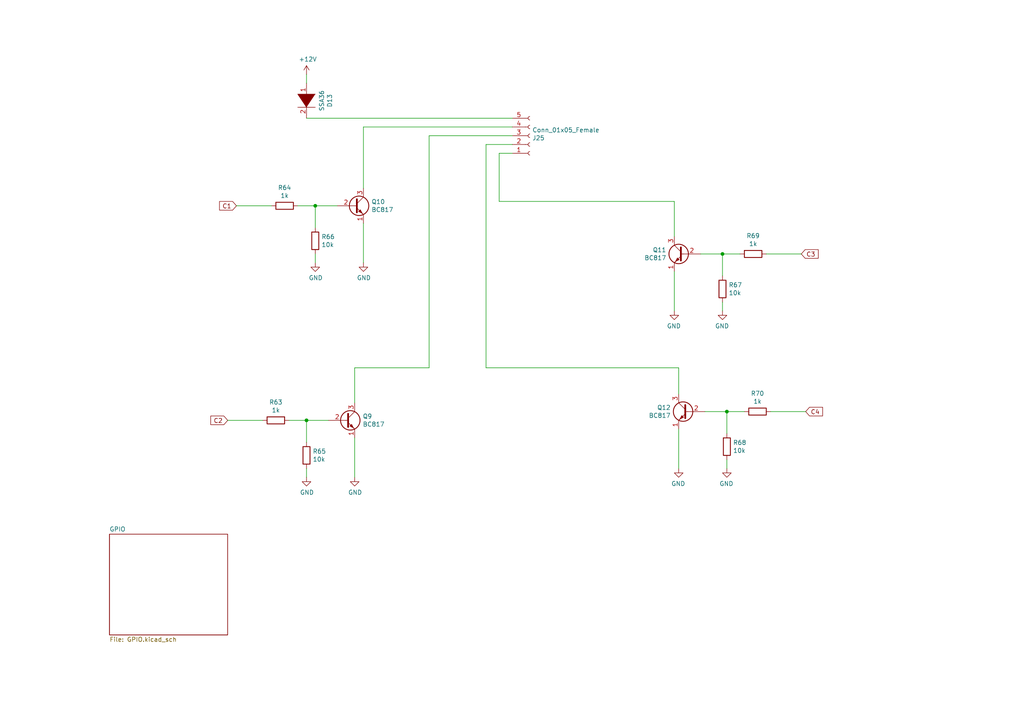
<source format=kicad_sch>
(kicad_sch (version 20211123) (generator eeschema)
  (paper "A4")
  (lib_symbols
    (symbol "Connector:Conn_01x05_Female" (pin_names (offset 1.016) hide)
      (property "Reference" "J" (at 0 7.62 0))
      (property "Value" "Conn_01x05_Female" (at 0 -7.62 0))
      (symbol "Conn_01x05_Female_1_1"
        (arc (start 0 -4.572) (mid -0.508 -5.08) (end 0 -5.588) (stroke (width 0.1524)))
        (arc (start 0 -2.032) (mid -0.508 -2.54) (end 0 -3.048) (stroke (width 0.1524)))
        (polyline (pts (xy -1.27 -5.08) (xy -0.508 -5.08)) (stroke (width 0.1524)))
        (polyline (pts (xy -1.27 -2.54) (xy -0.508 -2.54)) (stroke (width 0.1524)))
        (polyline (pts (xy -1.27 0) (xy -0.508 0)) (stroke (width 0.1524)))
        (polyline (pts (xy -1.27 2.54) (xy -0.508 2.54)) (stroke (width 0.1524)))
        (polyline (pts (xy -1.27 5.08) (xy -0.508 5.08)) (stroke (width 0.1524)))
        (arc (start 0 0.508) (mid -0.508 0) (end 0 -0.508) (stroke (width 0.1524)))
        (arc (start 0 3.048) (mid -0.508 2.54) (end 0 2.032) (stroke (width 0.1524)))
        (arc (start 0 5.588) (mid -0.508 5.08) (end 0 4.572) (stroke (width 0.1524)))
        (pin passive line (at -5.08 5.08 0) (length 3.81) (name "Pin_1") (number "1"))
        (pin passive line (at -5.08 2.54 0) (length 3.81) (name "Pin_2") (number "2"))
        (pin passive line (at -5.08 0 0) (length 3.81) (name "Pin_3") (number "3"))
        (pin passive line (at -5.08 -2.54 0) (length 3.81) (name "Pin_4") (number "4"))
        (pin passive line (at -5.08 -5.08 0) (length 3.81) (name "Pin_5") (number "5"))
      )
    )
    (symbol "Device:R" (pin_numbers hide) (pin_names (offset 0))
      (property "Reference" "R" (at 2.032 0 90))
      (property "Value" "R" (at 0 0 90))
      (symbol "R_0_1"
        (rectangle (start -1.016 -2.54) (end 1.016 2.54) (stroke (width 0.254)))
      )
      (symbol "R_1_1"
        (pin passive line (at 0 3.81 270) (length 1.27) (name "~") (number "1"))
        (pin passive line (at 0 -3.81 90) (length 1.27) (name "~") (number "2"))
      )
    )
    (symbol "Transistor_BJT:PN2222A" (pin_names (offset 0) hide)
      (property "Reference" "Q" (at 5.08 1.905 0))
      (property "Value" "PN2222A" (at 5.08 0 0))
      (symbol "PN2222A_0_1"
        (polyline (pts (xy 0 0) (xy 0.635 0)))
        (polyline (pts (xy 2.54 -2.54) (xy 0.635 -0.635)))
        (polyline (pts (xy 2.54 2.54) (xy 0.635 0.635)))
        (polyline (pts (xy 0.635 1.905) (xy 0.635 -1.905) (xy 0.635 -1.905)) (stroke (width 0.508)))
        (polyline (pts (xy 2.413 -2.413) (xy 1.905 -1.905) (xy 1.905 -1.905)))
        (polyline (pts (xy 1.143 -1.651) (xy 1.651 -1.143) (xy 2.159 -2.159) (xy 1.143 -1.651) (xy 1.143 -1.651)) (fill (type outline)))
        (circle (center 1.27 0) (radius 2.8194) (stroke (width 0.254)))
      )
      (symbol "PN2222A_1_1"
        (pin passive line (at 2.54 -5.08 90) (length 2.54) (name "E") (number "1"))
        (pin input line (at -5.08 0 0) (length 5.08) (name "B") (number "2"))
        (pin passive line (at 2.54 5.08 270) (length 2.54) (name "C") (number "3"))
      )
    )
    (symbol "power:+12V" (power) (pin_names (offset 0))
      (property "Value" "+12V" (at 0 3.556 0))
      (symbol "+12V_0_1"
        (polyline (pts (xy -0.762 1.27) (xy 0 2.54)))
        (polyline (pts (xy 0 0) (xy 0 2.54)))
        (polyline (pts (xy 0 2.54) (xy 0.762 1.27)))
      )
      (symbol "+12V_1_1"
        (pin power_in line (at 0 0 90) (length 0) hide (name "+12V") (number "1"))
      )
    )
    (symbol "power:GND" (power) (pin_names (offset 0))
      (property "Value" "GND" (at 0 -3.81 0))
      (symbol "GND_0_1"
        (polyline (pts (xy 0 0) (xy 0 -1.27) (xy 1.27 -1.27) (xy 0 -2.54) (xy -1.27 -1.27) (xy 0 -1.27)))
      )
      (symbol "GND_1_1"
        (pin power_in line (at 0 0 270) (length 0) hide (name "GND") (number "1"))
      )
    )
    (symbol "pspice:DIODE" (pin_names (offset 1.016) hide)
      (property "Reference" "D" (at 0 3.81 0))
      (property "Value" "DIODE" (at 0 -4.445 0))
      (symbol "DIODE_0_1"
        (polyline (pts (xy 1.905 2.54) (xy 1.905 -2.54)))
        (polyline (pts (xy -1.905 2.54) (xy -1.905 -2.54) (xy 1.905 0)) (fill (type outline)))
      )
      (symbol "DIODE_1_1"
        (pin input line (at -5.08 0 0) (length 3.81) (name "K") (number "1"))
        (pin input line (at 5.08 0 180) (length 3.81) (name "A") (number "2"))
      )
    )
  )
  (junction (at 91.44 59.69))
  (junction (at 209.55 73.66))
  (junction (at 210.82 119.38))
  (junction (at 88.9 121.92))
  (wire (pts (xy 195.58 78.74) (xy 195.58 90.17)))
  (wire (pts (xy 88.9 135.89) (xy 88.9 138.43)))
  (wire (pts (xy 195.58 58.42) (xy 195.58 68.58)))
  (wire (pts (xy 86.36 59.69) (xy 91.44 59.69)))
  (wire (pts (xy 88.9 128.27) (xy 88.9 121.92)))
  (wire (pts (xy 88.9 34.29) (xy 148.59 34.29)))
  (wire (pts (xy 66.04 121.92) (xy 76.2 121.92)))
  (wire (pts (xy 144.78 44.45) (xy 144.78 58.42)))
  (wire (pts (xy 88.9 21.59) (xy 88.9 24.13)))
  (wire (pts (xy 105.41 64.77) (xy 105.41 76.2)))
  (wire (pts (xy 124.46 106.68) (xy 102.87 106.68)))
  (wire (pts (xy 210.82 125.73) (xy 210.82 119.38)))
  (wire (pts (xy 91.44 73.66) (xy 91.44 76.2)))
  (wire (pts (xy 214.63 73.66) (xy 209.55 73.66)))
  (wire (pts (xy 91.44 66.04) (xy 91.44 59.69)))
  (wire (pts (xy 140.97 41.91) (xy 148.59 41.91)))
  (wire (pts (xy 210.82 133.35) (xy 210.82 135.89)))
  (wire (pts (xy 88.9 121.92) (xy 95.25 121.92)))
  (wire (pts (xy 210.82 119.38) (xy 204.47 119.38)))
  (wire (pts (xy 209.55 87.63) (xy 209.55 90.17)))
  (wire (pts (xy 148.59 44.45) (xy 144.78 44.45)))
  (wire (pts (xy 209.55 73.66) (xy 203.2 73.66)))
  (wire (pts (xy 102.87 127) (xy 102.87 138.43)))
  (wire (pts (xy 233.68 119.38) (xy 223.52 119.38)))
  (wire (pts (xy 144.78 58.42) (xy 195.58 58.42)))
  (wire (pts (xy 196.85 114.3) (xy 196.85 106.68)))
  (wire (pts (xy 215.9 119.38) (xy 210.82 119.38)))
  (wire (pts (xy 209.55 80.01) (xy 209.55 73.66)))
  (wire (pts (xy 105.41 36.83) (xy 148.59 36.83)))
  (wire (pts (xy 105.41 36.83) (xy 105.41 54.61)))
  (wire (pts (xy 124.46 39.37) (xy 124.46 106.68)))
  (wire (pts (xy 140.97 106.68) (xy 140.97 41.91)))
  (wire (pts (xy 91.44 59.69) (xy 97.79 59.69)))
  (wire (pts (xy 232.41 73.66) (xy 222.25 73.66)))
  (wire (pts (xy 148.59 39.37) (xy 124.46 39.37)))
  (wire (pts (xy 68.58 59.69) (xy 78.74 59.69)))
  (wire (pts (xy 83.82 121.92) (xy 88.9 121.92)))
  (wire (pts (xy 196.85 106.68) (xy 140.97 106.68)))
  (wire (pts (xy 102.87 106.68) (xy 102.87 116.84)))
  (wire (pts (xy 196.85 124.46) (xy 196.85 135.89)))
  (global_label "C4" (shape input) (at 233.68 119.38 0) (property "Intersheet References" "${INTERSHEET_REFS}" (effects hide)))
  (global_label "C1" (shape input) (at 68.58 59.69 180) (property "Intersheet References" "${INTERSHEET_REFS}" (effects hide)))
  (global_label "C3" (shape input) (at 232.41 73.66 0) (property "Intersheet References" "${INTERSHEET_REFS}" (effects hide)))
  (global_label "C2" (shape input) (at 66.04 121.92 180) (property "Intersheet References" "${INTERSHEET_REFS}" (effects hide)))
  (symbol (lib_id "pspice:DIODE") (at 88.9 29.21 270) (unit 1)
    (property "Reference" "D13" (at 95.631 29.21 0))
    (property "Value" "SSA36" (at 93.3196 29.21 0))
    (property "Footprint" "diodes_perso:D_SMB_SSA36-Handsoldering" (effects hide))
  )
  (symbol (lib_id "Transistor_BJT:PN2222A") (at 102.87 59.69 0) (unit 1)
    (property "Reference" "Q10" (at 107.7214 58.5216 0) (effects (justify left)))
    (property "Value" "BC817" (at 107.7214 60.833 0) (effects (justify left)))
    (property "Footprint" "packages_SO_perso:SOT-23.-BC817kicad_mod" (effects hide))
    (property "Datasheet" "https://www.onsemi.com/pub/Collateral/PN2222-D.PDF" (effects hide))
  )
  (symbol (lib_id "Device:R") (at 91.44 69.85 0) (unit 1)
    (property "Reference" "R66" (at 93.218 68.6816 0) (effects (justify left)))
    (property "Value" "10k" (at 93.218 70.993 0) (effects (justify left)))
    (property "Footprint" "Resistor_SMD:R_0805_2012Metric_Pad1.20x1.40mm_HandSolder" (effects hide))
  )
  (symbol (lib_id "Device:R") (at 82.55 59.69 270) (unit 1)
    (property "Reference" "R64" (at 82.55 54.4322 90))
    (property "Value" "1k" (at 82.55 56.7436 90))
    (property "Footprint" "Resistor_SMD:R_0805_2012Metric_Pad1.20x1.40mm_HandSolder" (effects hide))
  )
  (symbol (lib_id "power:GND") (at 105.41 76.2 0) (unit 1)
    (property "Reference" "#PWR098" (effects hide))
    (property "Value" "GND" (at 105.537 80.5942 0))
  )
  (symbol (lib_id "power:GND") (at 91.44 76.2 0) (unit 1)
    (property "Reference" "#PWR096" (effects hide))
    (property "Value" "GND" (at 91.567 80.5942 0))
  )
  (symbol (lib_id "Connector:Conn_01x05_Female") (at 153.67 39.37 0) (mirror x) (unit 1)
    (property "Reference" "J25" (at 154.3812 40.0304 0) (effects (justify left)))
    (property "Value" "Conn_01x05_Female" (at 154.3812 37.719 0) (effects (justify left)))
    (property "Footprint" "connectors:conn-5pts-P5mm" (effects hide))
  )
  (symbol (lib_id "power:+12V") (at 88.9 21.59 0) (unit 1)
    (property "Reference" "#PWR099" (effects hide))
    (property "Value" "+12V" (at 89.281 17.1958 0))
  )
  (symbol (lib_id "Transistor_BJT:PN2222A") (at 100.33 121.92 0) (unit 1)
    (property "Reference" "Q9" (at 105.1814 120.7516 0) (effects (justify left)))
    (property "Value" "BC817" (at 105.1814 123.063 0) (effects (justify left)))
    (property "Footprint" "packages_SO_perso:SOT-23.-BC817kicad_mod" (effects hide))
    (property "Datasheet" "https://www.onsemi.com/pub/Collateral/PN2222-D.PDF" (effects hide))
  )
  (symbol (lib_id "Device:R") (at 88.9 132.08 0) (unit 1)
    (property "Reference" "R65" (at 90.678 130.9116 0) (effects (justify left)))
    (property "Value" "10k" (at 90.678 133.223 0) (effects (justify left)))
    (property "Footprint" "Resistor_SMD:R_0805_2012Metric_Pad1.20x1.40mm_HandSolder" (effects hide))
  )
  (symbol (lib_id "Device:R") (at 80.01 121.92 270) (unit 1)
    (property "Reference" "R63" (at 80.01 116.6622 90))
    (property "Value" "1k" (at 80.01 118.9736 90))
    (property "Footprint" "Resistor_SMD:R_0805_2012Metric_Pad1.20x1.40mm_HandSolder" (effects hide))
  )
  (symbol (lib_id "power:GND") (at 102.87 138.43 0) (unit 1)
    (property "Reference" "#PWR097" (effects hide))
    (property "Value" "GND" (at 102.997 142.8242 0))
  )
  (symbol (lib_id "power:GND") (at 88.9 138.43 0) (unit 1)
    (property "Reference" "#PWR095" (effects hide))
    (property "Value" "GND" (at 89.027 142.8242 0))
  )
  (symbol (lib_id "Transistor_BJT:PN2222A") (at 199.39 119.38 0) (mirror y) (unit 1)
    (property "Reference" "Q12" (at 194.5386 118.2116 0) (effects (justify left)))
    (property "Value" "BC817" (at 194.5386 120.523 0) (effects (justify left)))
    (property "Footprint" "packages_SO_perso:SOT-23.-BC817kicad_mod" (effects hide))
    (property "Datasheet" "https://www.onsemi.com/pub/Collateral/PN2222-D.PDF" (effects hide))
  )
  (symbol (lib_id "Device:R") (at 210.82 129.54 0) (mirror y) (unit 1)
    (property "Reference" "R68" (at 212.598 128.3716 0) (effects (justify right)))
    (property "Value" "10k" (at 212.598 130.683 0) (effects (justify right)))
    (property "Footprint" "Resistor_SMD:R_0805_2012Metric_Pad1.20x1.40mm_HandSolder" (effects hide))
  )
  (symbol (lib_id "Device:R") (at 219.71 119.38 90) (mirror x) (unit 1)
    (property "Reference" "R70" (at 219.71 114.1222 90))
    (property "Value" "1k" (at 219.71 116.4336 90))
    (property "Footprint" "Resistor_SMD:R_0805_2012Metric_Pad1.20x1.40mm_HandSolder" (effects hide))
  )
  (symbol (lib_id "power:GND") (at 196.85 135.89 0) (mirror y) (unit 1)
    (property "Reference" "#PWR0101" (effects hide))
    (property "Value" "GND" (at 196.723 140.2842 0))
  )
  (symbol (lib_id "power:GND") (at 210.82 135.89 0) (mirror y) (unit 1)
    (property "Reference" "#PWR0103" (effects hide))
    (property "Value" "GND" (at 210.693 140.2842 0))
  )
  (symbol (lib_id "Transistor_BJT:PN2222A") (at 198.12 73.66 0) (mirror y) (unit 1)
    (property "Reference" "Q11" (at 193.2686 72.4916 0) (effects (justify left)))
    (property "Value" "BC817" (at 193.2686 74.803 0) (effects (justify left)))
    (property "Footprint" "packages_SO_perso:SOT-23.-BC817kicad_mod" (effects hide))
    (property "Datasheet" "https://www.onsemi.com/pub/Collateral/PN2222-D.PDF" (effects hide))
  )
  (symbol (lib_id "Device:R") (at 209.55 83.82 0) (mirror y) (unit 1)
    (property "Reference" "R67" (at 211.328 82.6516 0) (effects (justify right)))
    (property "Value" "10k" (at 211.328 84.963 0) (effects (justify right)))
    (property "Footprint" "Resistor_SMD:R_0805_2012Metric_Pad1.20x1.40mm_HandSolder" (effects hide))
  )
  (symbol (lib_id "Device:R") (at 218.44 73.66 90) (mirror x) (unit 1)
    (property "Reference" "R69" (at 218.44 68.4022 90))
    (property "Value" "1k" (at 218.44 70.7136 90))
    (property "Footprint" "Resistor_SMD:R_0805_2012Metric_Pad1.20x1.40mm_HandSolder" (effects hide))
  )
  (symbol (lib_id "power:GND") (at 195.58 90.17 0) (mirror y) (unit 1)
    (property "Reference" "#PWR0100" (effects hide))
    (property "Value" "GND" (at 195.453 94.5642 0))
  )
  (symbol (lib_id "power:GND") (at 209.55 90.17 0) (mirror y) (unit 1)
    (property "Reference" "#PWR0102" (effects hide))
    (property "Value" "GND" (at 209.423 94.5642 0))
  )
  (sheet (at 31.75 154.94) (size 34.29 29.21)
    (property "Sheet name" "GPIO" (at 31.75 154.2284 0) (effects (justify left bottom)))
    (property "Sheet file" "GPIO.kicad_sch" (at 31.75 184.7346 0) (effects (justify left top)))
  )
)
</source>
